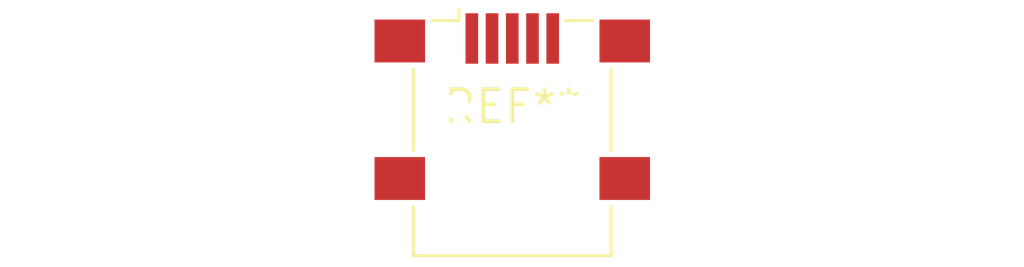
<source format=kicad_pcb>
(kicad_pcb (version 20240108) (generator pcbnew)
  (layers (0 "F.Cu" signal) (31 "B.Cu" signal) (34 "B.Paste" user) (35 "F.Paste" user) (36 "B.SilkS" user "B.Silkscreen") (37 "F.SilkS" user "F.Silkscreen") (38 "B.Mask" user) (39 "F.Mask" user) (44 "Edge.Cuts" user))
  (net 0 "")
  (footprint "USB_Mini-B_Lumberg_2486_01_Horizontal" (layer "F.Cu") (at 0 0)
    (property "Reference" "REF**")
    (property "Value" "USB_Mini-B_Lumberg_2486_01_Horizontal")
    (fp_line (start -3.91 1.74) (end -3.91 -1.49) (layer "F.SilkS") (stroke (width 0.12)))
    (fp_line (start -3.91 5.91) (end -3.91 3.96) (layer "F.SilkS") (stroke (width 0.12)))
    (fp_line (start -3.19 -3.41) (end -2.11 -3.41) (layer "F.SilkS") (stroke (width 0.12)))
    (fp_line (start -2.11 -3.41) (end -2.11 -3.84) (layer "F.SilkS") (stroke (width 0.12)))
    (fp_line (start 2.11 -3.41) (end 3.19 -3.41) (layer "F.SilkS") (stroke (width 0.12)))
    (fp_line (start 3.91 1.74) (end 3.91 -1.49) (layer "F.SilkS") (stroke (width 0.12)))
    (fp_line (start 3.91 5.91) (end -3.91 5.91) (layer "F.SilkS") (stroke (width 0.12)))
    (fp_line (start 3.91 5.91) (end 3.91 3.96) (layer "F.SilkS") (stroke (width 0.12)))
    (pad "" np_thru_hole circle (at -2.2 0) (size 1 1) (drill 1) (layers *.Cu *.Mask))
    (pad "" np_thru_hole circle (at 2.2 0) (size 1 1) (drill 1) (layers *.Cu *.Mask))
    (pad "1" smd rect (at -1.6 -2.7) (size 0.5 2) (layers "F.Cu" "F.Paste" "F.Mask"))
    (pad "2" smd rect (at -0.8 -2.7) (size 0.5 2) (layers "F.Cu" "F.Paste" "F.Mask"))
    (pad "3" smd rect (at 0 -2.7) (size 0.5 2) (layers "F.Cu" "F.Paste" "F.Mask"))
    (pad "4" smd rect (at 0.8 -2.7) (size 0.5 2) (layers "F.Cu" "F.Paste" "F.Mask"))
    (pad "5" smd rect (at 1.6 -2.7) (size 0.5 2) (layers "F.Cu" "F.Paste" "F.Mask"))
    (pad "6" smd rect (at -4.45 -2.6) (size 2 1.7) (layers "F.Cu" "F.Paste" "F.Mask"))
    (pad "6" smd rect (at -4.45 2.85) (size 2 1.7) (layers "F.Cu" "F.Paste" "F.Mask"))
    (pad "6" smd rect (at 4.45 -2.6) (size 2 1.7) (layers "F.Cu" "F.Paste" "F.Mask"))
    (pad "6" smd rect (at 4.45 2.85) (size 2 1.7) (layers "F.Cu" "F.Paste" "F.Mask"))
  )
)
</source>
